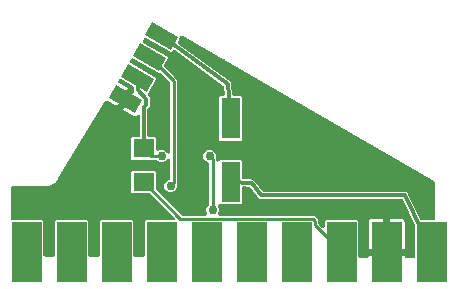
<source format=gtl>
G04 EAGLE Gerber RS-274X export*
G75*
%MOMM*%
%FSLAX34Y34*%
%LPD*%
%INTop Copper*%
%IPPOS*%
%AMOC8*
5,1,8,0,0,1.08239X$1,22.5*%
G01*
%ADD10R,2.540000X5.080000*%
%ADD11R,1.600000X3.500000*%
%ADD12R,1.270000X2.540000*%
%ADD13R,1.803000X1.600000*%
%ADD14C,0.299719*%
%ADD15C,0.254000*%
%ADD16C,0.756400*%

G36*
X124010Y11106D02*
X124010Y11106D01*
X124049Y11103D01*
X124181Y11125D01*
X124314Y11140D01*
X124351Y11153D01*
X124390Y11160D01*
X124513Y11211D01*
X124639Y11256D01*
X124673Y11277D01*
X124709Y11293D01*
X124817Y11371D01*
X124930Y11443D01*
X124957Y11472D01*
X124989Y11495D01*
X125077Y11596D01*
X125169Y11692D01*
X125189Y11726D01*
X125215Y11756D01*
X125277Y11875D01*
X125346Y11990D01*
X125357Y12028D01*
X125376Y12062D01*
X125409Y12192D01*
X125449Y12319D01*
X125452Y12359D01*
X125462Y12397D01*
X125475Y12600D01*
X125475Y41272D01*
X126368Y42165D01*
X149407Y42165D01*
X149511Y42177D01*
X149615Y42179D01*
X149682Y42197D01*
X149750Y42205D01*
X149848Y42240D01*
X149950Y42267D01*
X150010Y42299D01*
X150075Y42322D01*
X150163Y42379D01*
X150255Y42428D01*
X150307Y42473D01*
X150365Y42511D01*
X150437Y42587D01*
X150515Y42655D01*
X150555Y42711D01*
X150603Y42761D01*
X150656Y42851D01*
X150717Y42936D01*
X150743Y43000D01*
X150778Y43059D01*
X150809Y43159D01*
X150848Y43256D01*
X150859Y43324D01*
X150880Y43389D01*
X150887Y43494D01*
X150903Y43597D01*
X150898Y43666D01*
X150903Y43734D01*
X150886Y43837D01*
X150878Y43942D01*
X150858Y44007D01*
X150847Y44075D01*
X150807Y44172D01*
X150775Y44271D01*
X150740Y44331D01*
X150714Y44394D01*
X150653Y44479D01*
X150599Y44569D01*
X150531Y44648D01*
X150511Y44674D01*
X150495Y44688D01*
X150466Y44722D01*
X130471Y64717D01*
X130361Y64804D01*
X130255Y64895D01*
X130226Y64911D01*
X130200Y64931D01*
X130073Y64991D01*
X129949Y65056D01*
X129917Y65064D01*
X129887Y65078D01*
X129750Y65107D01*
X129614Y65142D01*
X129570Y65145D01*
X129549Y65149D01*
X129516Y65148D01*
X129412Y65155D01*
X114813Y65155D01*
X113920Y66048D01*
X113920Y83312D01*
X114813Y84205D01*
X134107Y84205D01*
X135000Y83312D01*
X135000Y68713D01*
X135016Y68574D01*
X135026Y68434D01*
X135036Y68402D01*
X135040Y68370D01*
X135087Y68238D01*
X135129Y68104D01*
X135146Y68076D01*
X135157Y68045D01*
X135234Y67927D01*
X135305Y67807D01*
X135334Y67773D01*
X135346Y67755D01*
X135370Y67733D01*
X135438Y67654D01*
X156425Y46667D01*
X156535Y46580D01*
X156641Y46489D01*
X156670Y46473D01*
X156696Y46453D01*
X156823Y46393D01*
X156947Y46328D01*
X156979Y46320D01*
X157009Y46306D01*
X157146Y46277D01*
X157282Y46242D01*
X157326Y46239D01*
X157347Y46235D01*
X157380Y46236D01*
X157484Y46229D01*
X176788Y46229D01*
X176943Y46247D01*
X177099Y46261D01*
X177115Y46267D01*
X177131Y46269D01*
X177278Y46322D01*
X177427Y46372D01*
X177441Y46380D01*
X177456Y46386D01*
X177587Y46472D01*
X177720Y46554D01*
X177732Y46566D01*
X177746Y46575D01*
X177854Y46688D01*
X177964Y46799D01*
X177973Y46813D01*
X177984Y46825D01*
X178063Y46961D01*
X178145Y47093D01*
X178150Y47109D01*
X178159Y47123D01*
X178205Y47273D01*
X178254Y47421D01*
X178256Y47438D01*
X178261Y47453D01*
X178271Y47609D01*
X178285Y47765D01*
X178283Y47782D01*
X178284Y47798D01*
X178259Y47952D01*
X178236Y48108D01*
X178230Y48128D01*
X178228Y48139D01*
X178218Y48164D01*
X178172Y48300D01*
X177573Y49744D01*
X177573Y51856D01*
X178381Y53806D01*
X179647Y55071D01*
X179734Y55181D01*
X179825Y55287D01*
X179841Y55316D01*
X179861Y55342D01*
X179921Y55469D01*
X179986Y55593D01*
X179994Y55625D01*
X180008Y55655D01*
X180037Y55793D01*
X180072Y55928D01*
X180075Y55972D01*
X180079Y55993D01*
X180078Y56026D01*
X180085Y56131D01*
X180085Y89881D01*
X180075Y89968D01*
X180075Y90057D01*
X180055Y90139D01*
X180045Y90224D01*
X180015Y90307D01*
X179995Y90393D01*
X179957Y90469D01*
X179928Y90549D01*
X179880Y90623D01*
X179840Y90702D01*
X179786Y90767D01*
X179739Y90838D01*
X179675Y90899D01*
X179619Y90967D01*
X179551Y91018D01*
X179489Y91077D01*
X179413Y91121D01*
X179342Y91174D01*
X179214Y91238D01*
X179191Y91252D01*
X179180Y91255D01*
X179161Y91265D01*
X177334Y92021D01*
X175841Y93514D01*
X175033Y95464D01*
X175033Y97576D01*
X175841Y99526D01*
X177334Y101019D01*
X179284Y101827D01*
X181396Y101827D01*
X183346Y101019D01*
X184839Y99526D01*
X185647Y97576D01*
X185647Y95786D01*
X185663Y95647D01*
X185673Y95507D01*
X185675Y95501D01*
X185675Y93427D01*
X185687Y93323D01*
X185689Y93219D01*
X185707Y93152D01*
X185715Y93084D01*
X185750Y92986D01*
X185777Y92884D01*
X185809Y92824D01*
X185832Y92759D01*
X185889Y92671D01*
X185938Y92579D01*
X185983Y92527D01*
X186021Y92469D01*
X186097Y92397D01*
X186165Y92319D01*
X186221Y92278D01*
X186271Y92231D01*
X186361Y92178D01*
X186446Y92117D01*
X186510Y92091D01*
X186569Y92056D01*
X186669Y92025D01*
X186766Y91986D01*
X186834Y91975D01*
X186899Y91954D01*
X187004Y91947D01*
X187107Y91931D01*
X187176Y91936D01*
X187244Y91931D01*
X187347Y91948D01*
X187452Y91956D01*
X187517Y91976D01*
X187585Y91987D01*
X187682Y92027D01*
X187781Y92059D01*
X187841Y92094D01*
X187904Y92120D01*
X187989Y92181D01*
X188079Y92235D01*
X188158Y92303D01*
X188184Y92323D01*
X188198Y92339D01*
X188232Y92368D01*
X189488Y93625D01*
X206752Y93625D01*
X207645Y92732D01*
X207645Y78545D01*
X207664Y78376D01*
X207683Y78209D01*
X207684Y78205D01*
X207685Y78201D01*
X207742Y78043D01*
X207799Y77883D01*
X207801Y77880D01*
X207802Y77876D01*
X207895Y77734D01*
X207986Y77593D01*
X207989Y77590D01*
X207991Y77587D01*
X208114Y77469D01*
X208235Y77353D01*
X208238Y77351D01*
X208241Y77349D01*
X208388Y77262D01*
X208532Y77177D01*
X208536Y77176D01*
X208539Y77174D01*
X208702Y77124D01*
X208862Y77073D01*
X208867Y77073D01*
X208869Y77072D01*
X208879Y77071D01*
X209063Y77049D01*
X214421Y76766D01*
X214495Y76770D01*
X214568Y76765D01*
X214667Y76781D01*
X214766Y76787D01*
X214836Y76809D01*
X214909Y76821D01*
X214972Y76847D01*
X216128Y76681D01*
X216161Y76681D01*
X216261Y76668D01*
X217418Y76607D01*
X217434Y76595D01*
X217497Y76569D01*
X218198Y75635D01*
X218220Y75611D01*
X218282Y75532D01*
X219057Y74671D01*
X219061Y74651D01*
X219099Y74559D01*
X219128Y74463D01*
X219165Y74400D01*
X219193Y74331D01*
X219298Y74169D01*
X219301Y74164D01*
X219302Y74163D01*
X219303Y74161D01*
X224582Y67122D01*
X224633Y67069D01*
X224676Y67009D01*
X224751Y66944D01*
X224820Y66872D01*
X224882Y66831D01*
X224937Y66783D01*
X225026Y66737D01*
X225109Y66682D01*
X225178Y66657D01*
X225243Y66623D01*
X225340Y66598D01*
X225434Y66564D01*
X225507Y66555D01*
X225578Y66537D01*
X225772Y66524D01*
X225777Y66523D01*
X225778Y66523D01*
X225781Y66523D01*
X344423Y66523D01*
X344480Y66530D01*
X344536Y66528D01*
X344651Y66550D01*
X344767Y66563D01*
X344820Y66583D01*
X344876Y66593D01*
X345065Y66668D01*
X345278Y66768D01*
X345719Y66611D01*
X345871Y66576D01*
X346021Y66537D01*
X346044Y66536D01*
X346056Y66533D01*
X346084Y66533D01*
X346223Y66523D01*
X346692Y66523D01*
X346859Y66357D01*
X346903Y66322D01*
X346942Y66280D01*
X347039Y66214D01*
X347130Y66142D01*
X347181Y66118D01*
X347228Y66086D01*
X347414Y66005D01*
X347636Y65926D01*
X347837Y65502D01*
X347919Y65371D01*
X347998Y65237D01*
X348013Y65219D01*
X348020Y65209D01*
X348040Y65189D01*
X348132Y65084D01*
X348463Y64752D01*
X348463Y64517D01*
X348470Y64460D01*
X348468Y64404D01*
X348490Y64289D01*
X348503Y64173D01*
X348523Y64120D01*
X348533Y64064D01*
X348608Y63875D01*
X358486Y43021D01*
X358513Y42978D01*
X358532Y42931D01*
X358604Y42832D01*
X358669Y42728D01*
X358705Y42692D01*
X358735Y42651D01*
X358827Y42571D01*
X358914Y42485D01*
X358958Y42458D01*
X358996Y42425D01*
X359104Y42368D01*
X359209Y42304D01*
X359257Y42288D01*
X359302Y42264D01*
X359421Y42234D01*
X359537Y42196D01*
X359588Y42191D01*
X359637Y42178D01*
X359839Y42165D01*
X369721Y42165D01*
X369765Y42170D01*
X369809Y42167D01*
X369936Y42190D01*
X370065Y42205D01*
X370106Y42220D01*
X370149Y42227D01*
X370268Y42278D01*
X370390Y42322D01*
X370426Y42346D01*
X370467Y42363D01*
X370571Y42440D01*
X370679Y42511D01*
X370709Y42543D01*
X370745Y42569D01*
X370828Y42667D01*
X370918Y42761D01*
X370940Y42799D01*
X370968Y42832D01*
X371027Y42947D01*
X371092Y43059D01*
X371105Y43101D01*
X371125Y43140D01*
X371156Y43266D01*
X371194Y43389D01*
X371197Y43433D01*
X371208Y43476D01*
X371219Y43678D01*
X370894Y74257D01*
X370875Y74410D01*
X370859Y74563D01*
X370853Y74581D01*
X370851Y74599D01*
X370797Y74744D01*
X370746Y74890D01*
X370736Y74906D01*
X370730Y74923D01*
X370645Y75051D01*
X370562Y75182D01*
X370548Y75195D01*
X370538Y75211D01*
X370425Y75316D01*
X370315Y75424D01*
X370295Y75437D01*
X370285Y75446D01*
X370261Y75461D01*
X370147Y75537D01*
X157792Y198421D01*
X157695Y198463D01*
X157603Y198513D01*
X157537Y198531D01*
X157475Y198558D01*
X157371Y198577D01*
X157269Y198605D01*
X157202Y198607D01*
X157134Y198620D01*
X157029Y198614D01*
X156924Y198618D01*
X156857Y198605D01*
X156789Y198601D01*
X156688Y198571D01*
X156585Y198551D01*
X156523Y198523D01*
X156458Y198504D01*
X156366Y198452D01*
X156270Y198409D01*
X156216Y198367D01*
X156157Y198333D01*
X156080Y198262D01*
X155996Y198198D01*
X155953Y198145D01*
X155904Y198099D01*
X155845Y198011D01*
X155778Y197930D01*
X155749Y197868D01*
X155711Y197812D01*
X155673Y197714D01*
X155627Y197619D01*
X155613Y197552D01*
X155589Y197489D01*
X155575Y197384D01*
X155552Y197282D01*
X155553Y197213D01*
X155544Y197146D01*
X155547Y197118D01*
X153462Y193507D01*
X153430Y193433D01*
X153391Y193367D01*
X153377Y193322D01*
X153352Y193271D01*
X153342Y193230D01*
X153325Y193190D01*
X153309Y193099D01*
X153289Y193036D01*
X153287Y192998D01*
X153272Y192935D01*
X153272Y192892D01*
X153264Y192850D01*
X153270Y192747D01*
X153266Y192692D01*
X153271Y192661D01*
X153271Y192590D01*
X153281Y192548D01*
X153283Y192505D01*
X153315Y192397D01*
X153322Y192351D01*
X153332Y192328D01*
X153349Y192253D01*
X153368Y192214D01*
X153380Y192173D01*
X153440Y192069D01*
X153455Y192032D01*
X153467Y192016D01*
X153502Y191943D01*
X153530Y191910D01*
X153551Y191873D01*
X153637Y191781D01*
X153658Y191752D01*
X153669Y191741D01*
X153723Y191677D01*
X153768Y191639D01*
X153786Y191619D01*
X153813Y191602D01*
X153878Y191547D01*
X195989Y160921D01*
X196067Y160877D01*
X196139Y160825D01*
X196217Y160793D01*
X196290Y160751D01*
X196376Y160726D01*
X196451Y160695D01*
X197403Y159897D01*
X197428Y159880D01*
X197484Y159833D01*
X198471Y159116D01*
X198578Y157900D01*
X198584Y157870D01*
X198591Y157798D01*
X198786Y156563D01*
X198778Y156519D01*
X198755Y156438D01*
X198750Y156349D01*
X198736Y156261D01*
X198739Y156120D01*
X198737Y156093D01*
X198740Y156081D01*
X198740Y156059D01*
X199362Y148991D01*
X199390Y148851D01*
X199414Y148710D01*
X199425Y148682D01*
X199431Y148653D01*
X199492Y148523D01*
X199547Y148391D01*
X199564Y148367D01*
X199577Y148339D01*
X199665Y148227D01*
X199749Y148111D01*
X199772Y148091D01*
X199790Y148068D01*
X199902Y147978D01*
X200010Y147885D01*
X200037Y147871D01*
X200060Y147852D01*
X200190Y147791D01*
X200317Y147724D01*
X200346Y147717D01*
X200373Y147704D01*
X200513Y147674D01*
X200651Y147638D01*
X200691Y147636D01*
X200711Y147632D01*
X200743Y147632D01*
X200854Y147625D01*
X206752Y147625D01*
X207645Y146732D01*
X207645Y110468D01*
X206752Y109575D01*
X189488Y109575D01*
X188595Y110468D01*
X188595Y146732D01*
X189488Y147625D01*
X191776Y147625D01*
X191877Y147636D01*
X191979Y147638D01*
X192048Y147656D01*
X192120Y147665D01*
X192215Y147699D01*
X192314Y147724D01*
X192377Y147758D01*
X192445Y147782D01*
X192530Y147838D01*
X192620Y147885D01*
X192674Y147932D01*
X192734Y147971D01*
X192804Y148045D01*
X192881Y148111D01*
X192923Y148169D01*
X192973Y148221D01*
X193024Y148309D01*
X193083Y148391D01*
X193111Y148457D01*
X193147Y148519D01*
X193177Y148616D01*
X193216Y148710D01*
X193228Y148781D01*
X193249Y148849D01*
X193256Y148951D01*
X193273Y149051D01*
X193270Y149162D01*
X193273Y149194D01*
X193269Y149214D01*
X193269Y149254D01*
X192749Y155165D01*
X192745Y155184D01*
X192745Y155202D01*
X192710Y155353D01*
X192679Y155504D01*
X192671Y155521D01*
X192667Y155539D01*
X192598Y155678D01*
X192533Y155817D01*
X192522Y155832D01*
X192513Y155849D01*
X192415Y155967D01*
X192320Y156089D01*
X192305Y156101D01*
X192293Y156115D01*
X192138Y156245D01*
X151094Y186095D01*
X150994Y186152D01*
X150899Y186215D01*
X150844Y186236D01*
X150793Y186265D01*
X150682Y186297D01*
X150576Y186337D01*
X150517Y186345D01*
X150461Y186361D01*
X150346Y186367D01*
X150233Y186382D01*
X150174Y186376D01*
X150116Y186379D01*
X150003Y186358D01*
X149889Y186346D01*
X149834Y186327D01*
X149776Y186316D01*
X149671Y186271D01*
X149562Y186233D01*
X149513Y186202D01*
X149459Y186178D01*
X149367Y186109D01*
X149271Y186048D01*
X149229Y186006D01*
X149183Y185971D01*
X149109Y185883D01*
X149029Y185801D01*
X148981Y185730D01*
X148961Y185706D01*
X148949Y185682D01*
X148916Y185633D01*
X148528Y184961D01*
X147308Y184635D01*
X126744Y196507D01*
X126731Y196513D01*
X126718Y196522D01*
X126572Y196581D01*
X126427Y196644D01*
X126412Y196647D01*
X126398Y196652D01*
X126242Y196677D01*
X126087Y196705D01*
X126072Y196704D01*
X126057Y196706D01*
X125899Y196695D01*
X125742Y196686D01*
X125727Y196682D01*
X125712Y196681D01*
X125561Y196633D01*
X125410Y196589D01*
X125397Y196581D01*
X125383Y196577D01*
X125247Y196496D01*
X125110Y196418D01*
X125099Y196407D01*
X125086Y196400D01*
X124973Y196290D01*
X124857Y196183D01*
X124848Y196170D01*
X124837Y196160D01*
X124720Y195994D01*
X123812Y194518D01*
X123788Y194466D01*
X123756Y194419D01*
X123715Y194310D01*
X123666Y194204D01*
X123654Y194149D01*
X123634Y194096D01*
X123619Y193980D01*
X123596Y193866D01*
X123597Y193809D01*
X123590Y193753D01*
X123602Y193637D01*
X123605Y193521D01*
X123619Y193466D01*
X123625Y193409D01*
X123663Y193299D01*
X123693Y193186D01*
X123720Y193136D01*
X123738Y193083D01*
X123801Y192984D01*
X123856Y192881D01*
X123893Y192839D01*
X123923Y192791D01*
X124007Y192709D01*
X124084Y192622D01*
X124130Y192589D01*
X124170Y192549D01*
X124339Y192436D01*
X145023Y180494D01*
X145350Y179274D01*
X141975Y173428D01*
X141969Y173416D01*
X141962Y173405D01*
X141901Y173258D01*
X141837Y173111D01*
X141835Y173098D01*
X141830Y173086D01*
X141805Y172927D01*
X141777Y172770D01*
X141777Y172758D01*
X141775Y172745D01*
X141787Y172584D01*
X141795Y172425D01*
X141799Y172413D01*
X141800Y172400D01*
X141848Y172247D01*
X141893Y172094D01*
X141899Y172083D01*
X141903Y172070D01*
X141985Y171932D01*
X142064Y171793D01*
X142073Y171784D01*
X142079Y171773D01*
X142213Y171620D01*
X150579Y163253D01*
X152655Y161178D01*
X152655Y72112D01*
X152640Y72056D01*
X152637Y72012D01*
X152633Y71991D01*
X152634Y71958D01*
X152627Y71854D01*
X152627Y70064D01*
X151819Y68114D01*
X150326Y66621D01*
X148376Y65813D01*
X146264Y65813D01*
X144314Y66621D01*
X142821Y68114D01*
X142013Y70064D01*
X142013Y72176D01*
X142821Y74126D01*
X144314Y75619D01*
X146141Y76375D01*
X146218Y76418D01*
X146299Y76452D01*
X146368Y76502D01*
X146443Y76544D01*
X146508Y76603D01*
X146579Y76655D01*
X146635Y76719D01*
X146698Y76777D01*
X146748Y76849D01*
X146805Y76916D01*
X146845Y76991D01*
X146893Y77062D01*
X146925Y77144D01*
X146966Y77222D01*
X146987Y77305D01*
X147018Y77384D01*
X147030Y77471D01*
X147052Y77557D01*
X147061Y77700D01*
X147065Y77726D01*
X147064Y77738D01*
X147065Y77759D01*
X147065Y92904D01*
X147059Y92956D01*
X147062Y93009D01*
X147039Y93127D01*
X147025Y93247D01*
X147008Y93297D01*
X146998Y93348D01*
X146949Y93459D01*
X146908Y93572D01*
X146879Y93616D01*
X146858Y93664D01*
X146785Y93761D01*
X146719Y93862D01*
X146681Y93898D01*
X146649Y93940D01*
X146556Y94017D01*
X146469Y94100D01*
X146424Y94127D01*
X146383Y94160D01*
X146275Y94214D01*
X146171Y94275D01*
X146121Y94290D01*
X146074Y94314D01*
X145956Y94341D01*
X145841Y94377D01*
X145788Y94380D01*
X145737Y94392D01*
X145616Y94392D01*
X145496Y94400D01*
X145444Y94392D01*
X145391Y94392D01*
X145274Y94364D01*
X145155Y94344D01*
X145106Y94324D01*
X145055Y94312D01*
X144947Y94257D01*
X144836Y94211D01*
X144793Y94180D01*
X144746Y94157D01*
X144653Y94079D01*
X144556Y94009D01*
X144521Y93969D01*
X144481Y93935D01*
X144408Y93839D01*
X144330Y93747D01*
X144305Y93701D01*
X144274Y93659D01*
X144205Y93520D01*
X142706Y92021D01*
X140756Y91213D01*
X138644Y91213D01*
X136694Y92021D01*
X135559Y93157D01*
X135449Y93244D01*
X135343Y93335D01*
X135313Y93351D01*
X135288Y93371D01*
X135161Y93431D01*
X135037Y93496D01*
X135005Y93504D01*
X134975Y93518D01*
X134838Y93547D01*
X134702Y93582D01*
X134658Y93585D01*
X134637Y93589D01*
X134604Y93588D01*
X134499Y93595D01*
X114813Y93595D01*
X113920Y94488D01*
X113920Y111752D01*
X114813Y112645D01*
X119939Y112645D01*
X119975Y112649D01*
X120010Y112646D01*
X120146Y112669D01*
X120282Y112685D01*
X120316Y112697D01*
X120351Y112703D01*
X120478Y112755D01*
X120607Y112802D01*
X120637Y112822D01*
X120670Y112836D01*
X120782Y112916D01*
X120897Y112991D01*
X120921Y113017D01*
X120951Y113038D01*
X121040Y113142D01*
X121135Y113241D01*
X121153Y113272D01*
X121177Y113299D01*
X121240Y113421D01*
X121310Y113539D01*
X121320Y113574D01*
X121337Y113605D01*
X121371Y113738D01*
X121412Y113869D01*
X121414Y113905D01*
X121423Y113940D01*
X121437Y114143D01*
X121437Y130115D01*
X121425Y130218D01*
X121422Y130323D01*
X121405Y130390D01*
X121397Y130458D01*
X121361Y130556D01*
X121335Y130657D01*
X121303Y130718D01*
X121279Y130783D01*
X121222Y130870D01*
X121173Y130963D01*
X121128Y131015D01*
X121090Y131072D01*
X121015Y131145D01*
X120946Y131223D01*
X120890Y131263D01*
X120840Y131311D01*
X120750Y131364D01*
X120665Y131425D01*
X120602Y131451D01*
X120542Y131486D01*
X120442Y131516D01*
X120346Y131556D01*
X120278Y131567D01*
X120212Y131587D01*
X120108Y131594D01*
X120004Y131611D01*
X119936Y131606D01*
X119867Y131611D01*
X119764Y131594D01*
X119660Y131586D01*
X119594Y131566D01*
X119526Y131555D01*
X119430Y131514D01*
X119330Y131483D01*
X119271Y131448D01*
X119207Y131422D01*
X119122Y131360D01*
X119032Y131307D01*
X118954Y131238D01*
X118927Y131219D01*
X118913Y131203D01*
X118880Y131174D01*
X118604Y130898D01*
X118024Y130563D01*
X117378Y130390D01*
X116709Y130390D01*
X116063Y130563D01*
X107370Y135582D01*
X111066Y141984D01*
X111080Y142017D01*
X111100Y142047D01*
X111148Y142175D01*
X111203Y142301D01*
X111209Y142337D01*
X111222Y142370D01*
X111239Y142506D01*
X111263Y142641D01*
X111262Y142677D01*
X111266Y142713D01*
X111252Y142850D01*
X111245Y142986D01*
X111235Y143021D01*
X111231Y143057D01*
X111186Y143186D01*
X111147Y143318D01*
X111129Y143349D01*
X111118Y143383D01*
X111044Y143499D01*
X110976Y143618D01*
X110952Y143645D01*
X110933Y143675D01*
X110835Y143771D01*
X110741Y143872D01*
X110711Y143892D01*
X110686Y143917D01*
X110517Y144030D01*
X107922Y145529D01*
X107889Y145543D01*
X107859Y145563D01*
X107731Y145611D01*
X107605Y145666D01*
X107569Y145672D01*
X107535Y145685D01*
X107399Y145702D01*
X107264Y145726D01*
X107229Y145724D01*
X107193Y145729D01*
X107056Y145715D01*
X106919Y145708D01*
X106885Y145697D01*
X106849Y145694D01*
X106719Y145649D01*
X106588Y145610D01*
X106557Y145592D01*
X106522Y145581D01*
X106406Y145507D01*
X106287Y145439D01*
X106261Y145415D01*
X106231Y145396D01*
X106135Y145298D01*
X106034Y145204D01*
X106014Y145174D01*
X105989Y145149D01*
X105876Y144980D01*
X102180Y138579D01*
X94021Y143289D01*
X94007Y143295D01*
X93995Y143304D01*
X93849Y143364D01*
X93704Y143426D01*
X93689Y143429D01*
X93675Y143435D01*
X93518Y143459D01*
X93363Y143487D01*
X93348Y143486D01*
X93333Y143489D01*
X93175Y143477D01*
X93018Y143468D01*
X93004Y143464D01*
X92989Y143463D01*
X92838Y143415D01*
X92687Y143371D01*
X92674Y143363D01*
X92659Y143359D01*
X92524Y143278D01*
X92386Y143200D01*
X92375Y143190D01*
X92362Y143182D01*
X92249Y143072D01*
X92133Y142965D01*
X92125Y142952D01*
X92114Y142942D01*
X91996Y142776D01*
X51904Y77576D01*
X51897Y77560D01*
X51886Y77546D01*
X51796Y77365D01*
X51308Y76185D01*
X50760Y75638D01*
X50714Y75580D01*
X50661Y75528D01*
X50550Y75372D01*
X50546Y75367D01*
X50545Y75365D01*
X50544Y75363D01*
X50138Y74704D01*
X49104Y73955D01*
X49091Y73943D01*
X49076Y73934D01*
X48924Y73801D01*
X48021Y72898D01*
X47306Y72602D01*
X47241Y72566D01*
X47172Y72539D01*
X47009Y72436D01*
X47004Y72434D01*
X47003Y72433D01*
X47000Y72431D01*
X46373Y71977D01*
X45131Y71681D01*
X45115Y71675D01*
X45098Y71673D01*
X44906Y71608D01*
X43726Y71119D01*
X42952Y71119D01*
X42879Y71111D01*
X42805Y71112D01*
X42614Y71080D01*
X42609Y71079D01*
X42607Y71079D01*
X42605Y71078D01*
X41852Y70899D01*
X40591Y71100D01*
X40574Y71101D01*
X40557Y71106D01*
X40354Y71119D01*
X13931Y71119D01*
X13903Y71116D01*
X13875Y71118D01*
X13732Y71096D01*
X13588Y71079D01*
X13561Y71070D01*
X13534Y71066D01*
X13399Y71011D01*
X13263Y70962D01*
X13239Y70947D01*
X13213Y70936D01*
X13095Y70852D01*
X12973Y70773D01*
X12954Y70753D01*
X12931Y70737D01*
X12835Y70628D01*
X12735Y70523D01*
X12721Y70499D01*
X12702Y70478D01*
X12633Y70350D01*
X12560Y70225D01*
X12552Y70198D01*
X12538Y70174D01*
X12501Y70033D01*
X12458Y69895D01*
X12456Y69867D01*
X12449Y69840D01*
X12433Y69638D01*
X12154Y43679D01*
X12159Y43635D01*
X12156Y43591D01*
X12177Y43464D01*
X12191Y43335D01*
X12205Y43293D01*
X12212Y43250D01*
X12262Y43131D01*
X12305Y43009D01*
X12328Y42972D01*
X12345Y42931D01*
X12421Y42826D01*
X12490Y42717D01*
X12522Y42687D01*
X12548Y42651D01*
X12645Y42566D01*
X12738Y42476D01*
X12776Y42453D01*
X12809Y42425D01*
X12923Y42365D01*
X13034Y42298D01*
X13076Y42285D01*
X13115Y42264D01*
X13240Y42232D01*
X13363Y42193D01*
X13407Y42189D01*
X13450Y42178D01*
X13652Y42165D01*
X38732Y42165D01*
X39625Y41272D01*
X39625Y12989D01*
X39627Y12966D01*
X39626Y12950D01*
X39628Y12944D01*
X39626Y12925D01*
X39648Y12786D01*
X39665Y12646D01*
X39676Y12615D01*
X39681Y12583D01*
X39734Y12453D01*
X39782Y12321D01*
X39800Y12294D01*
X39812Y12264D01*
X39894Y12149D01*
X39971Y12032D01*
X39994Y12009D01*
X40013Y11983D01*
X40119Y11890D01*
X40221Y11793D01*
X40249Y11777D01*
X40273Y11755D01*
X40398Y11690D01*
X40519Y11618D01*
X40550Y11609D01*
X40579Y11594D01*
X40715Y11558D01*
X40849Y11517D01*
X40882Y11514D01*
X40913Y11506D01*
X41116Y11491D01*
X47770Y11460D01*
X47810Y11465D01*
X47849Y11462D01*
X47981Y11484D01*
X48114Y11498D01*
X48151Y11512D01*
X48190Y11518D01*
X48313Y11570D01*
X48439Y11614D01*
X48473Y11636D01*
X48509Y11651D01*
X48617Y11729D01*
X48730Y11802D01*
X48757Y11830D01*
X48789Y11853D01*
X48877Y11954D01*
X48969Y12051D01*
X48989Y12085D01*
X49015Y12115D01*
X49077Y12233D01*
X49146Y12348D01*
X49157Y12386D01*
X49176Y12421D01*
X49209Y12550D01*
X49249Y12678D01*
X49252Y12717D01*
X49262Y12756D01*
X49275Y12958D01*
X49275Y41272D01*
X50168Y42165D01*
X76832Y42165D01*
X77725Y41272D01*
X77725Y12810D01*
X77728Y12778D01*
X77726Y12745D01*
X77748Y12607D01*
X77765Y12467D01*
X77776Y12436D01*
X77781Y12404D01*
X77834Y12274D01*
X77882Y12142D01*
X77900Y12115D01*
X77912Y12085D01*
X77994Y11970D01*
X78071Y11852D01*
X78094Y11830D01*
X78113Y11804D01*
X78219Y11711D01*
X78321Y11614D01*
X78349Y11597D01*
X78373Y11576D01*
X78498Y11510D01*
X78619Y11439D01*
X78650Y11430D01*
X78679Y11414D01*
X78815Y11379D01*
X78949Y11337D01*
X78982Y11335D01*
X79013Y11327D01*
X79216Y11312D01*
X85870Y11281D01*
X85910Y11285D01*
X85949Y11283D01*
X86081Y11304D01*
X86214Y11319D01*
X86251Y11332D01*
X86290Y11339D01*
X86413Y11390D01*
X86539Y11435D01*
X86573Y11457D01*
X86609Y11472D01*
X86717Y11550D01*
X86830Y11623D01*
X86857Y11651D01*
X86889Y11674D01*
X86977Y11775D01*
X87069Y11872D01*
X87089Y11906D01*
X87115Y11935D01*
X87177Y12054D01*
X87246Y12169D01*
X87257Y12207D01*
X87276Y12242D01*
X87309Y12371D01*
X87349Y12499D01*
X87352Y12538D01*
X87362Y12576D01*
X87375Y12779D01*
X87375Y41272D01*
X88268Y42165D01*
X114932Y42165D01*
X115825Y41272D01*
X115825Y12631D01*
X115828Y12599D01*
X115826Y12566D01*
X115848Y12427D01*
X115865Y12288D01*
X115876Y12257D01*
X115881Y12225D01*
X115934Y12095D01*
X115982Y11963D01*
X116000Y11935D01*
X116012Y11905D01*
X116094Y11791D01*
X116171Y11673D01*
X116194Y11651D01*
X116213Y11624D01*
X116319Y11532D01*
X116421Y11435D01*
X116449Y11418D01*
X116473Y11397D01*
X116598Y11331D01*
X116719Y11260D01*
X116750Y11250D01*
X116779Y11235D01*
X116915Y11200D01*
X117049Y11158D01*
X117082Y11156D01*
X117113Y11148D01*
X117316Y11133D01*
X123970Y11102D01*
X124010Y11106D01*
G37*
G36*
X352610Y10031D02*
X352610Y10031D01*
X352649Y10028D01*
X352781Y10050D01*
X352914Y10065D01*
X352951Y10078D01*
X352990Y10084D01*
X353113Y10136D01*
X353239Y10181D01*
X353273Y10202D01*
X353309Y10217D01*
X353417Y10295D01*
X353530Y10368D01*
X353557Y10397D01*
X353589Y10420D01*
X353676Y10521D01*
X353769Y10617D01*
X353790Y10651D01*
X353815Y10681D01*
X353877Y10799D01*
X353945Y10914D01*
X353957Y10952D01*
X353976Y10987D01*
X354009Y11116D01*
X354049Y11244D01*
X354052Y11284D01*
X354062Y11322D01*
X354075Y11524D01*
X354075Y37871D01*
X354069Y37927D01*
X354071Y37984D01*
X354049Y38098D01*
X354035Y38214D01*
X354016Y38267D01*
X354005Y38323D01*
X353931Y38512D01*
X343933Y59620D01*
X343905Y59663D01*
X343886Y59710D01*
X343814Y59809D01*
X343750Y59913D01*
X343713Y59949D01*
X343683Y59991D01*
X343591Y60070D01*
X343504Y60157D01*
X343461Y60183D01*
X343422Y60217D01*
X343314Y60273D01*
X343210Y60337D01*
X343161Y60353D01*
X343116Y60377D01*
X342998Y60407D01*
X342882Y60446D01*
X342831Y60450D01*
X342781Y60463D01*
X342579Y60477D01*
X225027Y60477D01*
X224993Y60473D01*
X224959Y60475D01*
X224822Y60453D01*
X224684Y60437D01*
X224652Y60425D01*
X224618Y60420D01*
X224489Y60367D01*
X224372Y60324D01*
X223410Y60462D01*
X223406Y60462D01*
X223401Y60463D01*
X223199Y60477D01*
X222220Y60477D01*
X222177Y60511D01*
X222146Y60526D01*
X222118Y60546D01*
X221990Y60599D01*
X221877Y60652D01*
X221294Y61429D01*
X221291Y61432D01*
X221288Y61437D01*
X221155Y61589D01*
X220463Y62281D01*
X220457Y62336D01*
X220445Y62368D01*
X220440Y62402D01*
X220387Y62530D01*
X220339Y62661D01*
X220321Y62690D01*
X220308Y62722D01*
X220197Y62892D01*
X214749Y70155D01*
X214726Y70180D01*
X214707Y70209D01*
X214607Y70305D01*
X214511Y70406D01*
X214483Y70425D01*
X214458Y70448D01*
X214339Y70519D01*
X214222Y70596D01*
X214190Y70607D01*
X214161Y70625D01*
X214029Y70666D01*
X213898Y70714D01*
X213864Y70718D01*
X213831Y70728D01*
X213630Y70752D01*
X209222Y70986D01*
X209146Y70981D01*
X209071Y70986D01*
X208974Y70970D01*
X208877Y70964D01*
X208804Y70942D01*
X208730Y70930D01*
X208640Y70892D01*
X208546Y70864D01*
X208481Y70826D01*
X208411Y70797D01*
X208332Y70739D01*
X208247Y70690D01*
X208192Y70639D01*
X208131Y70594D01*
X208067Y70520D01*
X207996Y70453D01*
X207954Y70390D01*
X207905Y70333D01*
X207859Y70246D01*
X207805Y70165D01*
X207779Y70094D01*
X207744Y70027D01*
X207720Y69932D01*
X207686Y69840D01*
X207677Y69765D01*
X207658Y69692D01*
X207646Y69506D01*
X207645Y69497D01*
X207645Y69495D01*
X207645Y69490D01*
X207645Y56468D01*
X206752Y55575D01*
X188888Y55575D01*
X188732Y55557D01*
X188576Y55543D01*
X188561Y55537D01*
X188544Y55535D01*
X188397Y55482D01*
X188249Y55432D01*
X188235Y55424D01*
X188219Y55418D01*
X188088Y55332D01*
X187955Y55250D01*
X187944Y55238D01*
X187930Y55229D01*
X187822Y55116D01*
X187712Y55005D01*
X187703Y54991D01*
X187691Y54979D01*
X187612Y54843D01*
X187530Y54711D01*
X187525Y54695D01*
X187517Y54681D01*
X187470Y54531D01*
X187421Y54383D01*
X187420Y54366D01*
X187415Y54351D01*
X187404Y54195D01*
X187390Y54039D01*
X187393Y54022D01*
X187392Y54006D01*
X187417Y53852D01*
X187439Y53696D01*
X187446Y53676D01*
X187448Y53665D01*
X187458Y53640D01*
X187504Y53504D01*
X188187Y51856D01*
X188187Y49744D01*
X187588Y48300D01*
X187546Y48150D01*
X187499Y48000D01*
X187498Y47983D01*
X187494Y47967D01*
X187487Y47811D01*
X187476Y47655D01*
X187479Y47639D01*
X187478Y47622D01*
X187507Y47468D01*
X187532Y47314D01*
X187539Y47299D01*
X187542Y47283D01*
X187605Y47139D01*
X187665Y46995D01*
X187675Y46982D01*
X187681Y46966D01*
X187776Y46841D01*
X187868Y46715D01*
X187880Y46704D01*
X187890Y46691D01*
X188011Y46591D01*
X188129Y46489D01*
X188143Y46481D01*
X188156Y46470D01*
X188297Y46401D01*
X188435Y46328D01*
X188451Y46324D01*
X188466Y46317D01*
X188619Y46281D01*
X188770Y46242D01*
X188791Y46241D01*
X188802Y46238D01*
X188829Y46238D01*
X188972Y46229D01*
X269015Y46229D01*
X272289Y42955D01*
X272289Y39624D01*
X272305Y39485D01*
X272315Y39345D01*
X272325Y39313D01*
X272329Y39281D01*
X272376Y39149D01*
X272418Y39015D01*
X272435Y38987D01*
X272446Y38956D01*
X272523Y38838D01*
X272594Y38718D01*
X272623Y38684D01*
X272635Y38666D01*
X272659Y38644D01*
X272727Y38565D01*
X275318Y35974D01*
X275400Y35909D01*
X275476Y35837D01*
X275535Y35802D01*
X275589Y35759D01*
X275684Y35715D01*
X275774Y35662D01*
X275840Y35642D01*
X275902Y35613D01*
X276004Y35591D01*
X276104Y35560D01*
X276173Y35556D01*
X276240Y35542D01*
X276345Y35544D01*
X276449Y35537D01*
X276517Y35548D01*
X276586Y35550D01*
X276687Y35576D01*
X276790Y35593D01*
X276854Y35620D01*
X276920Y35637D01*
X277013Y35686D01*
X277109Y35726D01*
X277165Y35766D01*
X277226Y35799D01*
X277304Y35867D01*
X277389Y35929D01*
X277434Y35981D01*
X277486Y36026D01*
X277547Y36111D01*
X277615Y36190D01*
X277647Y36251D01*
X277687Y36307D01*
X277727Y36403D01*
X277776Y36496D01*
X277793Y36563D01*
X277819Y36626D01*
X277836Y36730D01*
X277862Y36831D01*
X277869Y36935D01*
X277874Y36968D01*
X277872Y36989D01*
X277875Y37033D01*
X277875Y41272D01*
X278768Y42165D01*
X305432Y42165D01*
X306325Y41272D01*
X306325Y11735D01*
X306328Y11702D01*
X306326Y11670D01*
X306348Y11531D01*
X306365Y11391D01*
X306376Y11361D01*
X306381Y11329D01*
X306434Y11199D01*
X306482Y11066D01*
X306500Y11039D01*
X306512Y11009D01*
X306594Y10895D01*
X306671Y10777D01*
X306694Y10755D01*
X306713Y10728D01*
X306819Y10636D01*
X306921Y10539D01*
X306949Y10522D01*
X306973Y10501D01*
X307098Y10435D01*
X307219Y10364D01*
X307250Y10354D01*
X307279Y10339D01*
X307415Y10303D01*
X307549Y10262D01*
X307582Y10260D01*
X307613Y10252D01*
X307816Y10237D01*
X313454Y10210D01*
X313494Y10215D01*
X313533Y10212D01*
X313665Y10234D01*
X313798Y10249D01*
X313835Y10262D01*
X313874Y10268D01*
X313997Y10320D01*
X314123Y10365D01*
X314157Y10386D01*
X314193Y10401D01*
X314301Y10479D01*
X314414Y10552D01*
X314441Y10581D01*
X314473Y10604D01*
X314560Y10705D01*
X314653Y10801D01*
X314674Y10835D01*
X314699Y10865D01*
X314761Y10983D01*
X314829Y11098D01*
X314841Y11136D01*
X314860Y11171D01*
X314893Y11300D01*
X314933Y11428D01*
X314936Y11468D01*
X314946Y11506D01*
X314959Y11708D01*
X314959Y12244D01*
X328701Y12244D01*
X328737Y12248D01*
X328773Y12245D01*
X328908Y12268D01*
X329045Y12283D01*
X329078Y12296D01*
X329114Y12302D01*
X329240Y12354D01*
X329370Y12401D01*
X329400Y12421D01*
X329433Y12434D01*
X329544Y12515D01*
X329659Y12590D01*
X329684Y12616D01*
X329713Y12637D01*
X329803Y12740D01*
X329897Y12840D01*
X329916Y12871D01*
X329939Y12898D01*
X330003Y13020D01*
X330072Y13138D01*
X330083Y13173D01*
X330100Y13204D01*
X330134Y13337D01*
X330174Y13468D01*
X330176Y13504D01*
X330185Y13539D01*
X330199Y13741D01*
X330199Y15241D01*
X330201Y15241D01*
X330201Y13741D01*
X330205Y13706D01*
X330203Y13670D01*
X330225Y13534D01*
X330241Y13398D01*
X330253Y13364D01*
X330259Y13329D01*
X330312Y13202D01*
X330358Y13073D01*
X330378Y13043D01*
X330392Y13010D01*
X330472Y12899D01*
X330547Y12784D01*
X330573Y12759D01*
X330594Y12730D01*
X330698Y12640D01*
X330797Y12545D01*
X330828Y12527D01*
X330855Y12504D01*
X330977Y12440D01*
X331095Y12371D01*
X331130Y12360D01*
X331162Y12343D01*
X331294Y12309D01*
X331426Y12269D01*
X331461Y12266D01*
X331496Y12257D01*
X331699Y12244D01*
X345441Y12244D01*
X345441Y11551D01*
X345444Y11518D01*
X345442Y11486D01*
X345464Y11347D01*
X345481Y11207D01*
X345492Y11177D01*
X345497Y11145D01*
X345550Y11015D01*
X345598Y10882D01*
X345616Y10855D01*
X345628Y10825D01*
X345710Y10711D01*
X345787Y10593D01*
X345810Y10571D01*
X345829Y10544D01*
X345935Y10452D01*
X346037Y10355D01*
X346065Y10338D01*
X346089Y10317D01*
X346214Y10251D01*
X346335Y10180D01*
X346366Y10170D01*
X346395Y10155D01*
X346531Y10119D01*
X346665Y10078D01*
X346698Y10076D01*
X346729Y10068D01*
X346932Y10053D01*
X352570Y10026D01*
X352610Y10031D01*
G37*
G36*
X145587Y98643D02*
X145587Y98643D01*
X145639Y98640D01*
X145758Y98659D01*
X145878Y98671D01*
X145928Y98688D01*
X145980Y98696D01*
X146091Y98742D01*
X146206Y98781D01*
X146251Y98809D01*
X146299Y98829D01*
X146397Y98900D01*
X146500Y98963D01*
X146537Y99001D01*
X146579Y99031D01*
X146658Y99122D01*
X146743Y99208D01*
X146771Y99253D01*
X146805Y99293D01*
X146861Y99400D01*
X146925Y99502D01*
X146941Y99552D01*
X146966Y99599D01*
X146996Y99716D01*
X147034Y99830D01*
X147038Y99883D01*
X147052Y99934D01*
X147065Y100136D01*
X147065Y158242D01*
X147049Y158381D01*
X147039Y158521D01*
X147029Y158553D01*
X147025Y158585D01*
X146978Y158717D01*
X146936Y158851D01*
X146919Y158879D01*
X146908Y158910D01*
X146831Y159028D01*
X146760Y159148D01*
X146731Y159182D01*
X146719Y159200D01*
X146695Y159222D01*
X146627Y159301D01*
X139278Y166650D01*
X139150Y166751D01*
X139024Y166854D01*
X139015Y166858D01*
X139007Y166864D01*
X138859Y166934D01*
X138713Y167005D01*
X138703Y167007D01*
X138694Y167011D01*
X138534Y167045D01*
X138376Y167080D01*
X138366Y167080D01*
X138356Y167082D01*
X138193Y167078D01*
X138030Y167077D01*
X138017Y167074D01*
X138010Y167074D01*
X137991Y167069D01*
X137831Y167038D01*
X137148Y166855D01*
X116014Y179056D01*
X116000Y179062D01*
X115988Y179071D01*
X115841Y179131D01*
X115697Y179193D01*
X115682Y179196D01*
X115668Y179202D01*
X115511Y179226D01*
X115357Y179254D01*
X115342Y179253D01*
X115327Y179256D01*
X115169Y179244D01*
X115012Y179235D01*
X114997Y179231D01*
X114982Y179230D01*
X114831Y179182D01*
X114680Y179138D01*
X114667Y179130D01*
X114652Y179126D01*
X114517Y179045D01*
X114380Y178967D01*
X114368Y178957D01*
X114355Y178949D01*
X114242Y178839D01*
X114126Y178732D01*
X114118Y178719D01*
X114107Y178709D01*
X113989Y178544D01*
X113081Y177067D01*
X113057Y177016D01*
X113026Y176968D01*
X113009Y176925D01*
X112989Y176890D01*
X112969Y176827D01*
X112935Y176754D01*
X112924Y176698D01*
X112904Y176645D01*
X112897Y176592D01*
X112887Y176560D01*
X112883Y176503D01*
X112865Y176415D01*
X112867Y176359D01*
X112859Y176302D01*
X112866Y176242D01*
X112864Y176215D01*
X112872Y176167D01*
X112874Y176070D01*
X112889Y176015D01*
X112895Y175959D01*
X112917Y175895D01*
X112920Y175874D01*
X112936Y175835D01*
X112963Y175736D01*
X112989Y175686D01*
X113008Y175632D01*
X113046Y175571D01*
X113053Y175555D01*
X113075Y175526D01*
X113125Y175431D01*
X113162Y175388D01*
X113193Y175340D01*
X113247Y175287D01*
X113255Y175275D01*
X113280Y175254D01*
X113353Y175171D01*
X113399Y175138D01*
X113440Y175098D01*
X113608Y174985D01*
X134863Y162714D01*
X135190Y161494D01*
X128262Y149494D01*
X128256Y149482D01*
X128249Y149471D01*
X128188Y149323D01*
X128124Y149177D01*
X128122Y149164D01*
X128117Y149152D01*
X128092Y148993D01*
X128064Y148837D01*
X128064Y148824D01*
X128062Y148811D01*
X128074Y148650D01*
X128083Y148491D01*
X128086Y148479D01*
X128087Y148466D01*
X128135Y148313D01*
X128180Y148160D01*
X128186Y148149D01*
X128190Y148136D01*
X128272Y147999D01*
X128351Y147859D01*
X128360Y147850D01*
X128366Y147839D01*
X128500Y147686D01*
X129660Y146525D01*
X129660Y138661D01*
X127922Y136923D01*
X127835Y136813D01*
X127743Y136707D01*
X127728Y136678D01*
X127707Y136652D01*
X127648Y136525D01*
X127583Y136401D01*
X127575Y136369D01*
X127561Y136339D01*
X127532Y136201D01*
X127521Y136160D01*
X127508Y136118D01*
X127508Y136107D01*
X127497Y136066D01*
X127494Y136022D01*
X127490Y136001D01*
X127490Y135968D01*
X127483Y135863D01*
X127483Y114143D01*
X127487Y114107D01*
X127485Y114071D01*
X127507Y113936D01*
X127523Y113799D01*
X127535Y113765D01*
X127541Y113730D01*
X127594Y113603D01*
X127641Y113474D01*
X127660Y113444D01*
X127674Y113411D01*
X127754Y113300D01*
X127830Y113185D01*
X127856Y113160D01*
X127877Y113131D01*
X127980Y113041D01*
X128080Y112946D01*
X128111Y112928D01*
X128138Y112905D01*
X128259Y112841D01*
X128378Y112772D01*
X128412Y112761D01*
X128444Y112744D01*
X128577Y112710D01*
X128708Y112670D01*
X128744Y112667D01*
X128779Y112658D01*
X128981Y112645D01*
X134107Y112645D01*
X135000Y111752D01*
X135000Y102559D01*
X135018Y102403D01*
X135032Y102247D01*
X135038Y102232D01*
X135040Y102215D01*
X135093Y102068D01*
X135143Y101920D01*
X135151Y101906D01*
X135157Y101890D01*
X135243Y101759D01*
X135325Y101626D01*
X135337Y101615D01*
X135346Y101601D01*
X135459Y101493D01*
X135570Y101383D01*
X135584Y101374D01*
X135596Y101363D01*
X135732Y101283D01*
X135864Y101201D01*
X135880Y101196D01*
X135894Y101188D01*
X136044Y101142D01*
X136192Y101092D01*
X136209Y101091D01*
X136224Y101086D01*
X136380Y101075D01*
X136536Y101061D01*
X136553Y101064D01*
X136569Y101063D01*
X136723Y101088D01*
X136879Y101110D01*
X136899Y101117D01*
X136910Y101119D01*
X136935Y101129D01*
X137071Y101175D01*
X138644Y101827D01*
X140756Y101827D01*
X142706Y101019D01*
X144210Y99515D01*
X144227Y99468D01*
X144293Y99367D01*
X144352Y99261D01*
X144387Y99222D01*
X144416Y99178D01*
X144503Y99095D01*
X144585Y99006D01*
X144628Y98976D01*
X144666Y98940D01*
X144770Y98879D01*
X144870Y98810D01*
X144919Y98792D01*
X144964Y98765D01*
X145079Y98729D01*
X145192Y98686D01*
X145244Y98679D01*
X145294Y98663D01*
X145415Y98655D01*
X145534Y98638D01*
X145587Y98643D01*
G37*
%LPC*%
G36*
X333196Y18236D02*
X333196Y18236D01*
X333196Y43181D01*
X343234Y43181D01*
X343881Y43008D01*
X344460Y42673D01*
X344933Y42200D01*
X345268Y41621D01*
X345441Y40974D01*
X345441Y18236D01*
X333196Y18236D01*
G37*
%LPD*%
%LPC*%
G36*
X314959Y18236D02*
X314959Y18236D01*
X314959Y40974D01*
X315132Y41621D01*
X315467Y42200D01*
X315940Y42673D01*
X316519Y43008D01*
X317166Y43181D01*
X327204Y43181D01*
X327204Y18236D01*
X314959Y18236D01*
G37*
%LPD*%
G36*
X111384Y143845D02*
X111384Y143845D01*
X111521Y143852D01*
X111555Y143863D01*
X111591Y143866D01*
X111721Y143911D01*
X111852Y143950D01*
X111883Y143968D01*
X111917Y143979D01*
X112033Y144053D01*
X112153Y144121D01*
X112179Y144145D01*
X112209Y144164D01*
X112305Y144262D01*
X112406Y144356D01*
X112426Y144386D01*
X112451Y144411D01*
X112564Y144580D01*
X116156Y150801D01*
X116203Y150908D01*
X116257Y151013D01*
X116271Y151067D01*
X116293Y151118D01*
X116314Y151234D01*
X116343Y151347D01*
X116348Y151427D01*
X116354Y151458D01*
X116352Y151486D01*
X116357Y151550D01*
X116357Y154348D01*
X116338Y154509D01*
X116321Y154672D01*
X116318Y154681D01*
X116317Y154691D01*
X116261Y154845D01*
X116208Y154998D01*
X116203Y155007D01*
X116199Y155016D01*
X116110Y155153D01*
X116023Y155290D01*
X116016Y155297D01*
X116010Y155306D01*
X115894Y155417D01*
X115776Y155532D01*
X115765Y155539D01*
X115760Y155544D01*
X115743Y155554D01*
X115608Y155645D01*
X105284Y161606D01*
X105270Y161612D01*
X105257Y161620D01*
X105111Y161680D01*
X104966Y161743D01*
X104952Y161745D01*
X104937Y161751D01*
X104781Y161776D01*
X104626Y161803D01*
X104611Y161803D01*
X104596Y161805D01*
X104438Y161793D01*
X104281Y161785D01*
X104267Y161780D01*
X104251Y161779D01*
X104101Y161732D01*
X103950Y161687D01*
X103936Y161680D01*
X103922Y161675D01*
X103787Y161594D01*
X103649Y161516D01*
X103638Y161506D01*
X103625Y161498D01*
X103511Y161388D01*
X103396Y161281D01*
X103387Y161269D01*
X103377Y161258D01*
X103259Y161093D01*
X102883Y160482D01*
X102859Y160431D01*
X102828Y160384D01*
X102787Y160275D01*
X102737Y160169D01*
X102726Y160113D01*
X102706Y160060D01*
X102691Y159945D01*
X102667Y159830D01*
X102669Y159774D01*
X102661Y159717D01*
X102673Y159602D01*
X102676Y159485D01*
X102691Y159430D01*
X102697Y159374D01*
X102735Y159264D01*
X102765Y159151D01*
X102791Y159101D01*
X102810Y159047D01*
X102872Y158949D01*
X102927Y158846D01*
X102965Y158803D01*
X102995Y158755D01*
X103078Y158674D01*
X103155Y158586D01*
X103201Y158553D01*
X103242Y158514D01*
X103410Y158400D01*
X111070Y153978D01*
X107374Y147576D01*
X107360Y147543D01*
X107340Y147513D01*
X107292Y147385D01*
X107237Y147259D01*
X107231Y147223D01*
X107218Y147190D01*
X107201Y147054D01*
X107177Y146919D01*
X107178Y146883D01*
X107174Y146847D01*
X107188Y146710D01*
X107195Y146574D01*
X107205Y146539D01*
X107209Y146503D01*
X107254Y146374D01*
X107293Y146242D01*
X107311Y146211D01*
X107322Y146177D01*
X107396Y146061D01*
X107464Y145942D01*
X107488Y145915D01*
X107507Y145885D01*
X107605Y145789D01*
X107699Y145688D01*
X107728Y145668D01*
X107754Y145643D01*
X107923Y145530D01*
X110518Y144031D01*
X110551Y144017D01*
X110581Y143997D01*
X110709Y143949D01*
X110835Y143894D01*
X110871Y143888D01*
X110904Y143875D01*
X111041Y143858D01*
X111176Y143834D01*
X111211Y143836D01*
X111247Y143831D01*
X111384Y143845D01*
G37*
D10*
X25400Y15240D03*
X63500Y15240D03*
X101600Y15240D03*
X139700Y15240D03*
X177800Y15240D03*
X215900Y15240D03*
X254000Y15240D03*
X292100Y15240D03*
X330200Y15240D03*
X368300Y15240D03*
D11*
X198120Y128600D03*
X198120Y74600D03*
D12*
G36*
X143713Y179490D02*
X137363Y168491D01*
X115367Y181190D01*
X121717Y192189D01*
X143713Y179490D01*
G37*
G36*
X153873Y197270D02*
X147523Y186271D01*
X125527Y198970D01*
X131877Y209969D01*
X153873Y197270D01*
G37*
G36*
X133553Y161710D02*
X127203Y150711D01*
X105207Y163410D01*
X111557Y174409D01*
X133553Y161710D01*
G37*
G36*
X123393Y143930D02*
X117043Y132931D01*
X95047Y145630D01*
X101397Y156629D01*
X123393Y143930D01*
G37*
D13*
X124460Y103120D03*
X124460Y74680D03*
D14*
X195580Y157480D02*
X139700Y198120D01*
X195580Y157480D02*
X198120Y128600D01*
X198120Y74600D02*
X215900Y73660D01*
X223520Y63500D01*
X345440Y63500D02*
X368300Y15240D01*
X345440Y63500D02*
X223520Y63500D01*
D15*
X149860Y160020D02*
X129540Y180340D01*
X149860Y160020D02*
X149860Y73660D01*
X147320Y71120D01*
D16*
X147320Y71120D03*
X53340Y55880D03*
X76200Y106680D03*
X106680Y121920D03*
X96520Y58420D03*
X297180Y53340D03*
X325120Y88900D03*
X177800Y157480D03*
X190500Y175260D03*
X137160Y121920D03*
D15*
X267857Y43434D02*
X269494Y41797D01*
X155706Y43434D02*
X124460Y74680D01*
X269494Y41797D02*
X269494Y37846D01*
X292100Y15240D01*
X267857Y43434D02*
X155706Y43434D01*
D14*
X119380Y152530D02*
X119380Y162560D01*
X119380Y152530D02*
X126637Y145273D01*
X126637Y139913D01*
X124460Y137736D01*
X124460Y103120D01*
D15*
X131060Y96520D01*
X139700Y96520D01*
D16*
X139700Y96520D03*
X180340Y96520D03*
D15*
X182880Y93980D01*
X182880Y50800D01*
D16*
X182880Y50800D03*
M02*

</source>
